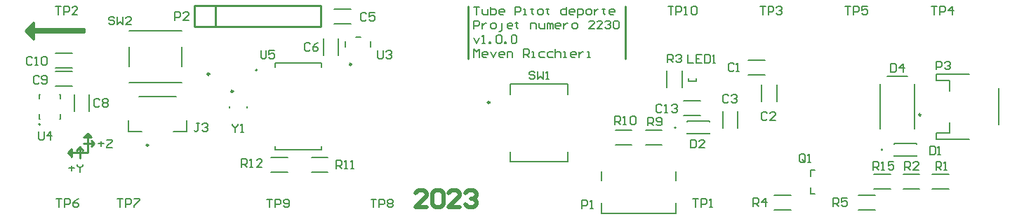
<source format=gbr>
%TF.GenerationSoftware,Altium Limited,Altium Designer,22.5.1 (42)*%
G04 Layer_Color=65535*
%FSLAX43Y43*%
%MOMM*%
%TF.SameCoordinates,F834D1AD-2218-43A0-9239-15D80BA758C3*%
%TF.FilePolarity,Positive*%
%TF.FileFunction,Legend,Top*%
%TF.Part,Single*%
G01*
G75*
%TA.AperFunction,NonConductor*%
%ADD49C,0.200*%
%ADD50C,0.250*%
%ADD51C,0.127*%
%ADD52C,0.254*%
%ADD53C,0.500*%
D49*
X105475Y9775D02*
G03*
X105475Y9775I-100J0D01*
G01*
X30005Y19395D02*
G03*
X30005Y19395I-100J0D01*
G01*
X80520Y12460D02*
G03*
X80520Y12460I-100J0D01*
G01*
X3830Y12841D02*
G03*
X3830Y12841I-100J0D01*
G01*
X96777Y4450D02*
X97299D01*
X96777Y6568D02*
Y7350D01*
Y4450D02*
Y5232D01*
Y7350D02*
X97299D01*
X43716Y22191D02*
Y22941D01*
X41916Y23441D02*
X42466D01*
X40666Y22191D02*
Y22941D01*
X28750Y14850D02*
Y15050D01*
X26650Y14850D02*
Y15050D01*
X67500Y16480D02*
Y17695D01*
Y8305D02*
Y9520D01*
X60550Y8305D02*
X67500D01*
X60550Y16480D02*
Y17695D01*
Y8305D02*
Y9520D01*
Y17695D02*
X67500D01*
X19925Y11940D02*
X21500D01*
X14500D02*
X16075D01*
X14500D02*
Y13315D01*
X15775Y16190D02*
X20225D01*
X21500Y11940D02*
Y13315D01*
X14600Y24185D02*
X20900D01*
X14600Y19840D02*
Y22190D01*
Y17885D02*
X20900D01*
Y19840D02*
Y22190D01*
X82000Y18100D02*
X83000D01*
Y18400D01*
X82000Y18100D02*
Y18400D01*
X119500Y12800D02*
Y17200D01*
X111900Y18950D02*
X115900D01*
X111900Y18150D02*
Y18950D01*
Y18150D02*
X113500D01*
Y16900D02*
Y18150D01*
Y11850D02*
Y13100D01*
X111900Y11850D02*
X113500D01*
X111900Y11050D02*
Y11850D01*
Y11050D02*
X115900D01*
X56163Y24398D02*
Y25397D01*
X56663D01*
X56830Y25231D01*
Y24897D01*
X56663Y24731D01*
X56163D01*
X57163Y25064D02*
Y24398D01*
Y24731D01*
X57329Y24897D01*
X57496Y25064D01*
X57663D01*
X58329Y24398D02*
X58662D01*
X58829Y24564D01*
Y24897D01*
X58662Y25064D01*
X58329D01*
X58163Y24897D01*
Y24564D01*
X58329Y24398D01*
X59162Y24064D02*
X59329D01*
X59495Y24231D01*
Y25064D01*
X60662Y24398D02*
X60329D01*
X60162Y24564D01*
Y24897D01*
X60329Y25064D01*
X60662D01*
X60828Y24897D01*
Y24731D01*
X60162D01*
X61328Y25231D02*
Y25064D01*
X61162D01*
X61495D01*
X61328D01*
Y24564D01*
X61495Y24398D01*
X62994D02*
Y25064D01*
X63494D01*
X63661Y24897D01*
Y24398D01*
X63994Y25064D02*
Y24564D01*
X64161Y24398D01*
X64660D01*
Y25064D01*
X64994Y24398D02*
Y25064D01*
X65160D01*
X65327Y24897D01*
Y24398D01*
Y24897D01*
X65494Y25064D01*
X65660Y24897D01*
Y24398D01*
X66493D02*
X66160D01*
X65993Y24564D01*
Y24897D01*
X66160Y25064D01*
X66493D01*
X66660Y24897D01*
Y24731D01*
X65993D01*
X66993Y25064D02*
Y24398D01*
Y24731D01*
X67160Y24897D01*
X67326Y25064D01*
X67493D01*
X68159Y24398D02*
X68493D01*
X68659Y24564D01*
Y24897D01*
X68493Y25064D01*
X68159D01*
X67993Y24897D01*
Y24564D01*
X68159Y24398D01*
X70659D02*
X69992D01*
X70659Y25064D01*
Y25231D01*
X70492Y25397D01*
X70159D01*
X69992Y25231D01*
X71658Y24398D02*
X70992D01*
X71658Y25064D01*
Y25231D01*
X71492Y25397D01*
X71158D01*
X70992Y25231D01*
X71991D02*
X72158Y25397D01*
X72491D01*
X72658Y25231D01*
Y25064D01*
X72491Y24897D01*
X72325D01*
X72491D01*
X72658Y24731D01*
Y24564D01*
X72491Y24398D01*
X72158D01*
X71991Y24564D01*
X72991Y25231D02*
X73158Y25397D01*
X73491D01*
X73658Y25231D01*
Y24564D01*
X73491Y24398D01*
X73158D01*
X72991Y24564D01*
Y25231D01*
X56163Y27089D02*
X56830D01*
X56496D01*
Y26089D01*
X57163Y26756D02*
Y26256D01*
X57329Y26089D01*
X57829D01*
Y26756D01*
X58163Y27089D02*
Y26089D01*
X58662D01*
X58829Y26256D01*
Y26423D01*
Y26589D01*
X58662Y26756D01*
X58163D01*
X59662Y26089D02*
X59329D01*
X59162Y26256D01*
Y26589D01*
X59329Y26756D01*
X59662D01*
X59829Y26589D01*
Y26423D01*
X59162D01*
X61162Y26089D02*
Y27089D01*
X61661D01*
X61828Y26922D01*
Y26589D01*
X61661Y26423D01*
X61162D01*
X62161Y26089D02*
X62494D01*
X62328D01*
Y26756D01*
X62161D01*
X63161Y26922D02*
Y26756D01*
X62994D01*
X63328D01*
X63161D01*
Y26256D01*
X63328Y26089D01*
X63994D02*
X64327D01*
X64494Y26256D01*
Y26589D01*
X64327Y26756D01*
X63994D01*
X63827Y26589D01*
Y26256D01*
X63994Y26089D01*
X64994Y26922D02*
Y26756D01*
X64827D01*
X65160D01*
X64994D01*
Y26256D01*
X65160Y26089D01*
X67326Y27089D02*
Y26089D01*
X66826D01*
X66660Y26256D01*
Y26589D01*
X66826Y26756D01*
X67326D01*
X68159Y26089D02*
X67826D01*
X67659Y26256D01*
Y26589D01*
X67826Y26756D01*
X68159D01*
X68326Y26589D01*
Y26423D01*
X67659D01*
X68659Y25756D02*
Y26756D01*
X69159D01*
X69326Y26589D01*
Y26256D01*
X69159Y26089D01*
X68659D01*
X69825D02*
X70159D01*
X70325Y26256D01*
Y26589D01*
X70159Y26756D01*
X69825D01*
X69659Y26589D01*
Y26256D01*
X69825Y26089D01*
X70659Y26756D02*
Y26089D01*
Y26423D01*
X70825Y26589D01*
X70992Y26756D01*
X71158D01*
X71825Y26922D02*
Y26756D01*
X71658D01*
X71991D01*
X71825D01*
Y26256D01*
X71991Y26089D01*
X72991D02*
X72658D01*
X72491Y26256D01*
Y26589D01*
X72658Y26756D01*
X72991D01*
X73158Y26589D01*
Y26423D01*
X72491D01*
X56163Y20980D02*
Y21979D01*
X56496Y21646D01*
X56830Y21979D01*
Y20980D01*
X57663D02*
X57329D01*
X57163Y21146D01*
Y21479D01*
X57329Y21646D01*
X57663D01*
X57829Y21479D01*
Y21313D01*
X57163D01*
X58163Y21646D02*
X58496Y20980D01*
X58829Y21646D01*
X59662Y20980D02*
X59329D01*
X59162Y21146D01*
Y21479D01*
X59329Y21646D01*
X59662D01*
X59829Y21479D01*
Y21313D01*
X59162D01*
X60162Y20980D02*
Y21646D01*
X60662D01*
X60828Y21479D01*
Y20980D01*
X62161D02*
Y21979D01*
X62661D01*
X62828Y21813D01*
Y21479D01*
X62661Y21313D01*
X62161D01*
X62494D02*
X62828Y20980D01*
X63161D02*
X63494D01*
X63328D01*
Y21646D01*
X63161D01*
X64660D02*
X64161D01*
X63994Y21479D01*
Y21146D01*
X64161Y20980D01*
X64660D01*
X65660Y21646D02*
X65160D01*
X64994Y21479D01*
Y21146D01*
X65160Y20980D01*
X65660D01*
X65993Y21979D02*
Y20980D01*
Y21479D01*
X66160Y21646D01*
X66493D01*
X66660Y21479D01*
Y20980D01*
X66993D02*
X67326D01*
X67160D01*
Y21646D01*
X66993D01*
X68326Y20980D02*
X67993D01*
X67826Y21146D01*
Y21479D01*
X67993Y21646D01*
X68326D01*
X68493Y21479D01*
Y21313D01*
X67826D01*
X68826Y21646D02*
Y20980D01*
Y21313D01*
X68992Y21479D01*
X69159Y21646D01*
X69326D01*
X69825Y20980D02*
X70159D01*
X69992D01*
Y21646D01*
X69825D01*
X56163Y23296D02*
X56496Y22630D01*
X56830Y23296D01*
X57163Y22630D02*
X57496D01*
X57329D01*
Y23629D01*
X57163Y23463D01*
X57996Y22630D02*
Y22796D01*
X58163D01*
Y22630D01*
X57996D01*
X58829Y23463D02*
X58996Y23629D01*
X59329D01*
X59495Y23463D01*
Y22796D01*
X59329Y22630D01*
X58996D01*
X58829Y22796D01*
Y23463D01*
X59829Y22630D02*
Y22796D01*
X59995D01*
Y22630D01*
X59829D01*
X60662Y23463D02*
X60828Y23629D01*
X61162D01*
X61328Y23463D01*
Y22796D01*
X61162Y22630D01*
X60828D01*
X60662Y22796D01*
Y23463D01*
X7300Y7535D02*
X7966D01*
X7633Y7868D02*
Y7202D01*
X8300Y8035D02*
Y7868D01*
X8633Y7535D01*
X8966Y7868D01*
Y8035D01*
X8633Y7535D02*
Y7035D01*
X10875Y10500D02*
X11541D01*
X11208Y10833D02*
Y10167D01*
X11875Y11000D02*
X12541D01*
Y10833D01*
X11875Y10167D01*
Y10000D01*
X12541D01*
X23058Y12975D02*
X22725D01*
X22892D01*
Y12142D01*
X22725Y11975D01*
X22559D01*
X22392Y12142D01*
X23392Y12808D02*
X23558Y12975D01*
X23891D01*
X24058Y12808D01*
Y12642D01*
X23891Y12475D01*
X23725D01*
X23891D01*
X24058Y12308D01*
Y12142D01*
X23891Y11975D01*
X23558D01*
X23392Y12142D01*
X11008Y15783D02*
X10842Y15950D01*
X10509D01*
X10342Y15783D01*
Y15117D01*
X10509Y14950D01*
X10842D01*
X11008Y15117D01*
X11342Y15783D02*
X11508Y15950D01*
X11841D01*
X12008Y15783D01*
Y15617D01*
X11841Y15450D01*
X12008Y15283D01*
Y15117D01*
X11841Y14950D01*
X11508D01*
X11342Y15117D01*
Y15283D01*
X11508Y15450D01*
X11342Y15617D01*
Y15783D01*
X11508Y15450D02*
X11841D01*
X3617Y11950D02*
Y11117D01*
X3784Y10950D01*
X4117D01*
X4283Y11117D01*
Y11950D01*
X5116Y10950D02*
Y11950D01*
X4617Y11450D01*
X5283D01*
X20067Y25475D02*
Y26475D01*
X20567D01*
X20733Y26308D01*
Y25975D01*
X20567Y25809D01*
X20067D01*
X21733Y25475D02*
X21067D01*
X21733Y26142D01*
Y26308D01*
X21566Y26475D01*
X21233D01*
X21067Y26308D01*
X111967Y19475D02*
Y20475D01*
X112467D01*
X112633Y20308D01*
Y19975D01*
X112467Y19808D01*
X111967D01*
X112967Y20308D02*
X113133Y20475D01*
X113466D01*
X113633Y20308D01*
Y20142D01*
X113466Y19975D01*
X113300D01*
X113466D01*
X113633Y19808D01*
Y19642D01*
X113466Y19475D01*
X113133D01*
X112967Y19642D01*
X27034Y12890D02*
Y12723D01*
X27367Y12390D01*
X27700Y12723D01*
Y12890D01*
X27367Y12390D02*
Y11890D01*
X28034D02*
X28367D01*
X28200D01*
Y12890D01*
X28034Y12723D01*
X30442Y21775D02*
Y20942D01*
X30609Y20775D01*
X30942D01*
X31108Y20942D01*
Y21775D01*
X32108D02*
X31442D01*
Y21275D01*
X31775Y21442D01*
X31941D01*
X32108Y21275D01*
Y20942D01*
X31941Y20775D01*
X31608D01*
X31442Y20942D01*
X44542Y21775D02*
Y20942D01*
X44709Y20775D01*
X45042D01*
X45208Y20942D01*
Y21775D01*
X45542Y21608D02*
X45708Y21775D01*
X46041D01*
X46208Y21608D01*
Y21442D01*
X46041Y21275D01*
X45875D01*
X46041D01*
X46208Y21108D01*
Y20942D01*
X46041Y20775D01*
X45708D01*
X45542Y20942D01*
X79551Y27125D02*
X80217D01*
X79884D01*
Y26125D01*
X80550D02*
Y27125D01*
X81050D01*
X81217Y26958D01*
Y26625D01*
X81050Y26458D01*
X80550D01*
X81550Y26125D02*
X81883D01*
X81717D01*
Y27125D01*
X81550Y26958D01*
X82383D02*
X82550Y27125D01*
X82883D01*
X83049Y26958D01*
Y26292D01*
X82883Y26125D01*
X82550D01*
X82383Y26292D01*
Y26958D01*
X31192Y3800D02*
X31859D01*
X31525D01*
Y2800D01*
X32192D02*
Y3800D01*
X32692D01*
X32858Y3633D01*
Y3300D01*
X32692Y3133D01*
X32192D01*
X33191Y2967D02*
X33358Y2800D01*
X33691D01*
X33858Y2967D01*
Y3633D01*
X33691Y3800D01*
X33358D01*
X33191Y3633D01*
Y3467D01*
X33358Y3300D01*
X33858D01*
X43727Y3800D02*
X44394D01*
X44060D01*
Y2800D01*
X44727D02*
Y3800D01*
X45227D01*
X45393Y3633D01*
Y3300D01*
X45227Y3133D01*
X44727D01*
X45726Y3633D02*
X45893Y3800D01*
X46226D01*
X46393Y3633D01*
Y3467D01*
X46226Y3300D01*
X46393Y3133D01*
Y2967D01*
X46226Y2800D01*
X45893D01*
X45726Y2967D01*
Y3133D01*
X45893Y3300D01*
X45726Y3467D01*
Y3633D01*
X45893Y3300D02*
X46226D01*
X13142Y3850D02*
X13809D01*
X13475D01*
Y2850D01*
X14142D02*
Y3850D01*
X14642D01*
X14808Y3683D01*
Y3350D01*
X14642Y3183D01*
X14142D01*
X15141Y3850D02*
X15808D01*
Y3683D01*
X15141Y3017D01*
Y2850D01*
X5792Y3850D02*
X6459D01*
X6125D01*
Y2850D01*
X6792D02*
Y3850D01*
X7292D01*
X7458Y3683D01*
Y3350D01*
X7292Y3183D01*
X6792D01*
X8458Y3850D02*
X8125Y3683D01*
X7791Y3350D01*
Y3017D01*
X7958Y2850D01*
X8291D01*
X8458Y3017D01*
Y3183D01*
X8291Y3350D01*
X7791D01*
X100942Y27125D02*
X101609D01*
X101275D01*
Y26125D01*
X101942D02*
Y27125D01*
X102442D01*
X102608Y26958D01*
Y26625D01*
X102442Y26458D01*
X101942D01*
X103608Y27125D02*
X102941D01*
Y26625D01*
X103275Y26792D01*
X103441D01*
X103608Y26625D01*
Y26292D01*
X103441Y26125D01*
X103108D01*
X102941Y26292D01*
X111367Y27125D02*
X112034D01*
X111700D01*
Y26125D01*
X112367D02*
Y27125D01*
X112867D01*
X113033Y26958D01*
Y26625D01*
X112867Y26458D01*
X112367D01*
X113866Y26125D02*
Y27125D01*
X113366Y26625D01*
X114033D01*
X90652Y27125D02*
X91319D01*
X90985D01*
Y26125D01*
X91652D02*
Y27125D01*
X92152D01*
X92318Y26958D01*
Y26625D01*
X92152Y26458D01*
X91652D01*
X92651Y26958D02*
X92818Y27125D01*
X93151D01*
X93318Y26958D01*
Y26792D01*
X93151Y26625D01*
X92985D01*
X93151D01*
X93318Y26458D01*
Y26292D01*
X93151Y26125D01*
X92818D01*
X92651Y26292D01*
X5667Y27100D02*
X6334D01*
X6000D01*
Y26100D01*
X6667D02*
Y27100D01*
X7167D01*
X7333Y26933D01*
Y26600D01*
X7167Y26433D01*
X6667D01*
X8333Y26100D02*
X7666D01*
X8333Y26767D01*
Y26933D01*
X8166Y27100D01*
X7833D01*
X7666Y26933D01*
X82584Y3825D02*
X83250D01*
X82917D01*
Y2825D01*
X83583D02*
Y3825D01*
X84083D01*
X84250Y3658D01*
Y3325D01*
X84083Y3158D01*
X83583D01*
X84583Y2825D02*
X84916D01*
X84750D01*
Y3825D01*
X84583Y3658D01*
X12809Y25733D02*
X12642Y25900D01*
X12309D01*
X12142Y25733D01*
Y25567D01*
X12309Y25400D01*
X12642D01*
X12809Y25233D01*
Y25067D01*
X12642Y24900D01*
X12309D01*
X12142Y25067D01*
X13142Y25900D02*
Y24900D01*
X13475Y25233D01*
X13808Y24900D01*
Y25900D01*
X14808Y24900D02*
X14141D01*
X14808Y25567D01*
Y25733D01*
X14641Y25900D01*
X14308D01*
X14141Y25733D01*
X63500Y19128D02*
X63334Y19295D01*
X63000D01*
X62834Y19128D01*
Y18962D01*
X63000Y18795D01*
X63334D01*
X63500Y18628D01*
Y18462D01*
X63334Y18295D01*
X63000D01*
X62834Y18462D01*
X63833Y19295D02*
Y18295D01*
X64167Y18628D01*
X64500Y18295D01*
Y19295D01*
X64833Y18295D02*
X65166D01*
X65000D01*
Y19295D01*
X64833Y19128D01*
X104300Y7300D02*
Y8300D01*
X104800D01*
X104967Y8133D01*
Y7800D01*
X104800Y7633D01*
X104300D01*
X104634D02*
X104967Y7300D01*
X105300D02*
X105633D01*
X105467D01*
Y8300D01*
X105300Y8133D01*
X106800Y8300D02*
X106133D01*
Y7800D01*
X106466Y7967D01*
X106633D01*
X106800Y7800D01*
Y7467D01*
X106633Y7300D01*
X106300D01*
X106133Y7467D01*
X28100Y7700D02*
Y8700D01*
X28600D01*
X28767Y8533D01*
Y8200D01*
X28600Y8033D01*
X28100D01*
X28434D02*
X28767Y7700D01*
X29100D02*
X29433D01*
X29267D01*
Y8700D01*
X29100Y8533D01*
X30600Y7700D02*
X29933D01*
X30600Y8367D01*
Y8533D01*
X30433Y8700D01*
X30100D01*
X29933Y8533D01*
X39517Y7480D02*
Y8480D01*
X40017D01*
X40183Y8313D01*
Y7980D01*
X40017Y7813D01*
X39517D01*
X39850D02*
X40183Y7480D01*
X40517D02*
X40850D01*
X40683D01*
Y8480D01*
X40517Y8313D01*
X41350Y7480D02*
X41683D01*
X41516D01*
Y8480D01*
X41350Y8313D01*
X73170Y12850D02*
Y13850D01*
X73670D01*
X73837Y13683D01*
Y13350D01*
X73670Y13184D01*
X73170D01*
X73504D02*
X73837Y12850D01*
X74170D02*
X74503D01*
X74337D01*
Y13850D01*
X74170Y13683D01*
X75003D02*
X75170Y13850D01*
X75503D01*
X75670Y13683D01*
Y13017D01*
X75503Y12850D01*
X75170D01*
X75003Y13017D01*
Y13683D01*
X77117Y12700D02*
Y13700D01*
X77617D01*
X77783Y13533D01*
Y13200D01*
X77617Y13033D01*
X77117D01*
X77450D02*
X77783Y12700D01*
X78117Y12867D02*
X78283Y12700D01*
X78616D01*
X78783Y12867D01*
Y13533D01*
X78616Y13700D01*
X78283D01*
X78117Y13533D01*
Y13367D01*
X78283Y13200D01*
X78783D01*
X99482Y2925D02*
Y3925D01*
X99982D01*
X100148Y3758D01*
Y3425D01*
X99982Y3258D01*
X99482D01*
X99815D02*
X100148Y2925D01*
X101148Y3925D02*
X100482D01*
Y3425D01*
X100815Y3592D01*
X100981D01*
X101148Y3425D01*
Y3092D01*
X100981Y2925D01*
X100648D01*
X100482Y3092D01*
X89817Y2950D02*
Y3950D01*
X90317D01*
X90483Y3783D01*
Y3450D01*
X90317Y3283D01*
X89817D01*
X90150D02*
X90483Y2950D01*
X91316D02*
Y3950D01*
X90817Y3450D01*
X91483D01*
X79512Y20325D02*
Y21325D01*
X80012D01*
X80178Y21158D01*
Y20825D01*
X80012Y20658D01*
X79512D01*
X79845D02*
X80178Y20325D01*
X80512Y21158D02*
X80678Y21325D01*
X81011D01*
X81178Y21158D01*
Y20992D01*
X81011Y20825D01*
X80845D01*
X81011D01*
X81178Y20658D01*
Y20492D01*
X81011Y20325D01*
X80678D01*
X80512Y20492D01*
X108117Y7325D02*
Y8325D01*
X108617D01*
X108783Y8158D01*
Y7825D01*
X108617Y7658D01*
X108117D01*
X108450D02*
X108783Y7325D01*
X109783D02*
X109117D01*
X109783Y7992D01*
Y8158D01*
X109616Y8325D01*
X109283D01*
X109117Y8158D01*
X111884Y7300D02*
Y8300D01*
X112383D01*
X112550Y8133D01*
Y7800D01*
X112383Y7633D01*
X111884D01*
X112217D02*
X112550Y7300D01*
X112883D02*
X113216D01*
X113050D01*
Y8300D01*
X112883Y8133D01*
X96065Y8417D02*
Y9083D01*
X95898Y9250D01*
X95565D01*
X95399Y9083D01*
Y8417D01*
X95565Y8250D01*
X95898D01*
X95732Y8583D02*
X96065Y8250D01*
X95898D02*
X96065Y8417D01*
X96398Y8250D02*
X96731D01*
X96565D01*
Y9250D01*
X96398Y9083D01*
X69184Y2650D02*
Y3650D01*
X69683D01*
X69850Y3483D01*
Y3150D01*
X69683Y2983D01*
X69184D01*
X70183Y2650D02*
X70516D01*
X70350D01*
Y3650D01*
X70183Y3483D01*
X81962Y21305D02*
Y20305D01*
X82629D01*
X83628Y21305D02*
X82962D01*
Y20305D01*
X83628D01*
X82962Y20805D02*
X83295D01*
X83962Y21305D02*
Y20305D01*
X84461D01*
X84628Y20472D01*
Y21138D01*
X84461Y21305D01*
X83962D01*
X84961Y20305D02*
X85295D01*
X85128D01*
Y21305D01*
X84961Y21138D01*
X106417Y20200D02*
Y19200D01*
X106917D01*
X107083Y19367D01*
Y20033D01*
X106917Y20200D01*
X106417D01*
X107916Y19200D02*
Y20200D01*
X107417Y19700D01*
X108083D01*
X82317Y11000D02*
Y10000D01*
X82817D01*
X82983Y10167D01*
Y10833D01*
X82817Y11000D01*
X82317D01*
X83983Y10000D02*
X83317D01*
X83983Y10667D01*
Y10833D01*
X83816Y11000D01*
X83483D01*
X83317Y10833D01*
X111134Y10225D02*
Y9225D01*
X111633D01*
X111800Y9392D01*
Y10058D01*
X111633Y10225D01*
X111134D01*
X112133Y9225D02*
X112466D01*
X112300D01*
Y10225D01*
X112133Y10058D01*
X78837Y15108D02*
X78670Y15275D01*
X78337D01*
X78171Y15108D01*
Y14442D01*
X78337Y14275D01*
X78670D01*
X78837Y14442D01*
X79170Y14275D02*
X79503D01*
X79337D01*
Y15275D01*
X79170Y15108D01*
X80003D02*
X80170Y15275D01*
X80503D01*
X80670Y15108D01*
Y14942D01*
X80503Y14775D01*
X80336D01*
X80503D01*
X80670Y14608D01*
Y14442D01*
X80503Y14275D01*
X80170D01*
X80003Y14442D01*
X2850Y20833D02*
X2684Y21000D01*
X2350D01*
X2184Y20833D01*
Y20167D01*
X2350Y20000D01*
X2684D01*
X2850Y20167D01*
X3184Y20000D02*
X3517D01*
X3350D01*
Y21000D01*
X3184Y20833D01*
X4017D02*
X4183Y21000D01*
X4516D01*
X4683Y20833D01*
Y20167D01*
X4516Y20000D01*
X4183D01*
X4017Y20167D01*
Y20833D01*
X3683Y18608D02*
X3517Y18775D01*
X3184D01*
X3017Y18608D01*
Y17942D01*
X3184Y17775D01*
X3517D01*
X3683Y17942D01*
X4017D02*
X4183Y17775D01*
X4516D01*
X4683Y17942D01*
Y18608D01*
X4516Y18775D01*
X4183D01*
X4017Y18608D01*
Y18442D01*
X4183Y18275D01*
X4683D01*
X36368Y22524D02*
X36202Y22691D01*
X35869D01*
X35702Y22524D01*
Y21858D01*
X35869Y21691D01*
X36202D01*
X36368Y21858D01*
X37368Y22691D02*
X37035Y22524D01*
X36702Y22191D01*
Y21858D01*
X36868Y21691D01*
X37201D01*
X37368Y21858D01*
Y22024D01*
X37201Y22191D01*
X36702D01*
X43183Y26183D02*
X43017Y26350D01*
X42684D01*
X42517Y26183D01*
Y25517D01*
X42684Y25350D01*
X43017D01*
X43183Y25517D01*
X44183Y26350D02*
X43517D01*
Y25850D01*
X43850Y26017D01*
X44016D01*
X44183Y25850D01*
Y25517D01*
X44016Y25350D01*
X43683D01*
X43517Y25517D01*
X86883Y16258D02*
X86717Y16425D01*
X86384D01*
X86217Y16258D01*
Y15592D01*
X86384Y15425D01*
X86717D01*
X86883Y15592D01*
X87217Y16258D02*
X87383Y16425D01*
X87716D01*
X87883Y16258D01*
Y16092D01*
X87716Y15925D01*
X87550D01*
X87716D01*
X87883Y15758D01*
Y15592D01*
X87716Y15425D01*
X87383D01*
X87217Y15592D01*
X91533Y14183D02*
X91367Y14350D01*
X91034D01*
X90867Y14183D01*
Y13517D01*
X91034Y13350D01*
X91367D01*
X91533Y13517D01*
X92533Y13350D02*
X91867D01*
X92533Y14017D01*
Y14183D01*
X92366Y14350D01*
X92033D01*
X91867Y14183D01*
X87500Y20083D02*
X87333Y20250D01*
X87000D01*
X86834Y20083D01*
Y19417D01*
X87000Y19250D01*
X87333D01*
X87500Y19417D01*
X87833Y19250D02*
X88166D01*
X88000D01*
Y20250D01*
X87833Y20083D01*
D50*
X41366Y20116D02*
G03*
X41366Y20116I-125J0D01*
G01*
X27100Y16850D02*
G03*
X27100Y16850I-125J0D01*
G01*
X58045Y15495D02*
G03*
X58045Y15495I-125J0D01*
G01*
X16875Y10340D02*
G03*
X16875Y10340I-125J0D01*
G01*
X24250Y18935D02*
G03*
X24250Y18935I-125J0D01*
G01*
X110075Y14000D02*
G03*
X110075Y14000I-125J0D01*
G01*
D51*
X107920Y5015D02*
X109920D01*
X107920Y6795D02*
X109920D01*
X111430D02*
X113430D01*
X111430Y5015D02*
X113430D01*
X109525Y9000D02*
Y9095D01*
Y10455D02*
Y10550D01*
X106825Y9000D02*
Y9095D01*
Y10455D02*
Y10550D01*
Y9000D02*
X109525D01*
X106825Y10550D02*
X109525D01*
X104420Y5015D02*
X106420D01*
X104420Y6795D02*
X106420D01*
X92365Y4315D02*
X94365D01*
X92365Y2535D02*
X94365D01*
X102550Y2535D02*
X104550D01*
X102550Y4315D02*
X104550D01*
X39756Y21201D02*
Y23201D01*
X37976Y21201D02*
Y23201D01*
X81235Y17350D02*
Y19350D01*
X79455Y17350D02*
Y19350D01*
X71555Y2092D02*
Y3342D01*
Y6042D02*
Y7142D01*
X80495Y2092D02*
Y3342D01*
Y6042D02*
Y7142D01*
X71555Y2092D02*
X80495D01*
X89260Y20590D02*
X91260D01*
X89260Y18810D02*
X91260D01*
X86160Y12395D02*
Y14395D01*
X87940Y12395D02*
Y14395D01*
X81475Y15665D02*
X83475D01*
X81475Y13885D02*
X83475D01*
X37800Y9750D02*
Y10210D01*
X32200Y9750D02*
Y10210D01*
X37800Y19790D02*
Y20250D01*
X32200Y19790D02*
Y20250D01*
Y9750D02*
X37800D01*
X32200Y20250D02*
X37800D01*
X36535Y7085D02*
X38535D01*
X36535Y8865D02*
X38535D01*
X31665Y8865D02*
X33665D01*
X31665Y7085D02*
X33665D01*
X7985Y14435D02*
Y16435D01*
X9765Y14435D02*
Y16435D01*
X5685Y19240D02*
X7685D01*
X5685Y17460D02*
X7685D01*
X5697Y19660D02*
X7697D01*
X5697Y21440D02*
X7697D01*
X39306Y25026D02*
X41306D01*
X39306Y26806D02*
X41306D01*
X81870Y13235D02*
X84570D01*
X81870Y11685D02*
X84570D01*
X81870Y13140D02*
Y13235D01*
Y11685D02*
Y11780D01*
X84570Y13140D02*
Y13235D01*
Y11685D02*
Y11780D01*
X90885Y15615D02*
Y17615D01*
X92665Y15615D02*
Y17615D01*
X73205Y12135D02*
X75205D01*
X73205Y10355D02*
X75205D01*
X76835D02*
X78835D01*
X76835Y12135D02*
X78835D01*
X105125Y12300D02*
Y17700D01*
X109325Y12300D02*
Y17700D01*
X106025Y18700D02*
X108425D01*
X3750Y13500D02*
Y14055D01*
Y15945D02*
Y16500D01*
X6250Y13500D02*
Y14055D01*
Y15945D02*
Y16500D01*
X3750Y13500D02*
X3805D01*
X3750Y16500D02*
X3805D01*
X6195Y13500D02*
X6250D01*
X6195Y16500D02*
X6250D01*
D52*
X2891Y23977D02*
X9167D01*
X2904Y24393D02*
X9167D01*
Y23977D02*
Y24185D01*
Y24393D01*
X2720Y24137D02*
X3024Y23833D01*
X2728Y24217D02*
X3031Y24520D01*
X2651Y24217D02*
X2728D01*
X2326Y24198D02*
X3001Y23522D01*
X2405Y24225D02*
X3080Y24900D01*
X2375Y24225D02*
X2405D01*
X3080Y23155D02*
Y25215D01*
X2050Y24185D02*
X3080Y23155D01*
X2050Y24185D02*
X3080Y25215D01*
X2050Y24185D02*
X9167D01*
X74420Y20750D02*
Y27125D01*
X55445Y20750D02*
Y27125D01*
X22430Y24644D02*
Y27184D01*
X37670D01*
Y24644D02*
Y27184D01*
X22430Y24644D02*
X37670D01*
X24970D02*
Y27184D01*
X9080Y10536D02*
X10355D01*
X10001Y10889D02*
X10355Y10536D01*
X10001Y10182D02*
X10355Y10536D01*
X9302Y11540D02*
X9748D01*
X9080Y11318D02*
X9970D01*
X9525Y9400D02*
Y11762D01*
X9080Y11318D02*
X9525Y11762D01*
X9970Y11318D01*
X8600Y10075D02*
X8954Y9721D01*
X8246D02*
X8600Y10075D01*
Y8800D02*
Y10075D01*
X7385Y9177D02*
Y9623D01*
X7608Y8955D02*
Y9845D01*
X7162Y9400D02*
X9525D01*
X7162D02*
X7608Y8955D01*
X7162Y9400D02*
X7608Y9845D01*
D53*
X50458Y2875D02*
X49125D01*
X50458Y4208D01*
Y4541D01*
X50125Y4874D01*
X49458D01*
X49125Y4541D01*
X51124D02*
X51458Y4874D01*
X52124D01*
X52457Y4541D01*
Y3208D01*
X52124Y2875D01*
X51458D01*
X51124Y3208D01*
Y4541D01*
X54457Y2875D02*
X53124D01*
X54457Y4208D01*
Y4541D01*
X54123Y4874D01*
X53457D01*
X53124Y4541D01*
X55123D02*
X55456Y4874D01*
X56123D01*
X56456Y4541D01*
Y4208D01*
X56123Y3875D01*
X55790D01*
X56123D01*
X56456Y3541D01*
Y3208D01*
X56123Y2875D01*
X55456D01*
X55123Y3208D01*
%TF.MD5,83c739a61f9d72fa58631953d166ea24*%
M02*

</source>
